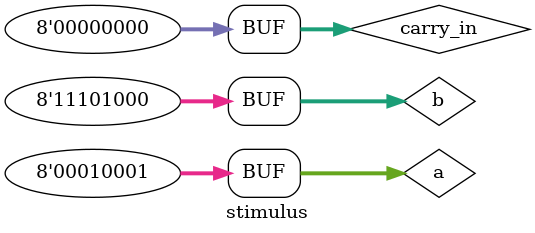
<source format=v>
`timescale 1ns / 1ps
module stimulus;
	// Inputs
	reg [7:0] a;
	reg [7:0] b;
    reg [7:0] carry_in;
	// Outputs
	wire [7:0] sum;
    wire carry_out;
	// Instantiate the Unit Under Test (UUT)
	adder_8_bit uut (
		a, 
		b, 
        carry_in, 
		sum,
        carry_out
	);
 
	initial begin
	$dumpfile("test.vcd");
    $dumpvars(0,stimulus);
		// Initialize Inputs
		a = 00000000;
		b = 00000000;
        carry_in = 00000000;
 
	#20 a = 11111111;
	#20 b = 00000001;
    #20 carry_in = 00000000;
	#20 b = 00001000;
    #20 carry_in = 00000000;	
	#20 a = 00010001;	  
	#40 ;
 
	end  
 
		initial begin
		 $monitor("t=%3d a=%d,b=%d,carry_in=%d,sum=%d,carry_out=%d \n",$time,a,b,carry_in,sum,carry_out, );
		 end
 
endmodule
</source>
